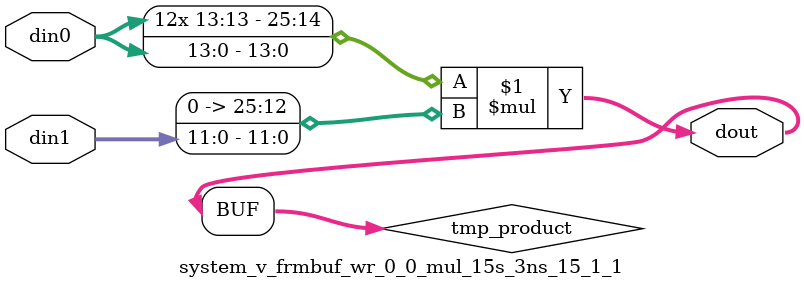
<source format=v>

`timescale 1 ns / 1 ps

  module system_v_frmbuf_wr_0_0_mul_15s_3ns_15_1_1(din0, din1, dout);
parameter ID = 1;
parameter NUM_STAGE = 0;
parameter din0_WIDTH = 14;
parameter din1_WIDTH = 12;
parameter dout_WIDTH = 26;

input [din0_WIDTH - 1 : 0] din0; 
input [din1_WIDTH - 1 : 0] din1; 
output [dout_WIDTH - 1 : 0] dout;

wire signed [dout_WIDTH - 1 : 0] tmp_product;












assign tmp_product = $signed(din0) * $signed({1'b0, din1});









assign dout = tmp_product;







endmodule

</source>
